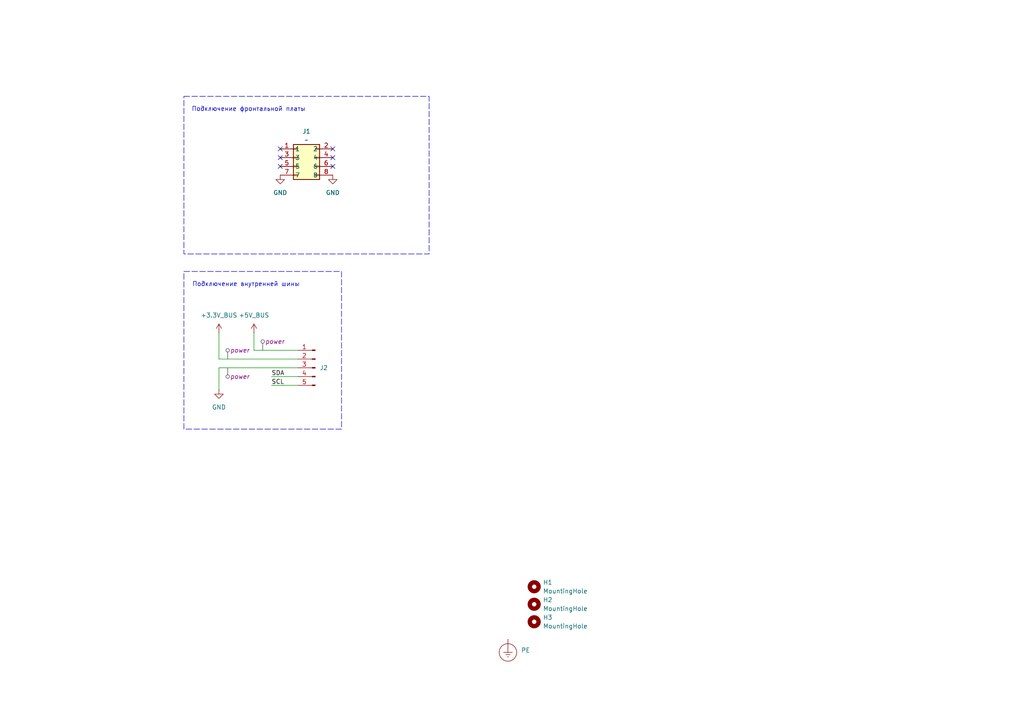
<source format=kicad_sch>
(kicad_sch (version 20231120) (generator "eeschema") (generator_version "8.0")
  (paper "A4")
  (lib_symbols
    (symbol "Mechanical:MountingHole" (pin_names (offset 1.016)) (exclude_from_sim yes) (in_bom no)
      (property "Reference" "H" (at 0 5.08 0))
      (property "Value" "MountingHole" (at 0 3.175 0))
      (symbol "MountingHole_0_1"
        (circle (center 0 0) (radius 1.27) (stroke (width 1.27)))
      )
    )
    (symbol "kicad_inventree_lib:PE" (pin_numbers hide) (pin_names (offset 0) hide) (in_bom no)
      (property "Value" "PE" (at 0 -7.62 0))
      (symbol "PE_0_1"
        (circle (center 0 -3.81) (radius 2.54))
        (polyline (pts (xy -0.635 -4.445) (xy 0.635 -4.445)))
        (polyline (pts (xy -0.127 -5.08) (xy 0.127 -5.08)))
        (polyline (pts (xy 0 -3.81) (xy 0 0)))
        (polyline (pts (xy 1.27 -3.81) (xy -1.27 -3.81)))
      )
      (symbol "PE_1_1"
        (pin power_in line (at 0 0 270) (length 0) (name "~") (number "1"))
      )
    )
    (symbol "kicad_inventree_lib:PM-front-02x04" (in_bom no)
      (property "Reference" "J" (at 0 3.81 0))
      (symbol "PM-front-02x04_1_1"
        (rectangle (start -3.81 -8.763) (end -2.54 -9.017) (stroke (width 0.1524)))
        (rectangle (start -3.81 -6.223) (end -2.54 -6.477) (stroke (width 0.1524)))
        (rectangle (start -3.81 -3.683) (end -2.54 -3.937) (stroke (width 0.1524)))
        (rectangle (start -3.81 -1.143) (end -2.54 -1.397) (stroke (width 0.1524)))
        (rectangle (start -3.81 0) (end 3.81 -10.16) (stroke (width 0.254)) (fill (type background)))
        (rectangle (start 3.81 -8.763) (end 2.54 -9.017) (stroke (width 0.1524)))
        (rectangle (start 3.81 -6.223) (end 2.54 -6.477) (stroke (width 0.1524)))
        (rectangle (start 3.81 -3.683) (end 2.54 -3.937) (stroke (width 0.1524)))
        (rectangle (start 3.81 -1.143) (end 2.54 -1.397) (stroke (width 0.1524)))
        (pin passive line (at -7.62 -1.27 0) (length 3.81) (name "1") (number "1"))
        (pin passive line (at 7.62 -1.27 180) (length 3.81) (name "2") (number "2"))
        (pin passive line (at -7.62 -3.81 0) (length 3.81) (name "3") (number "3"))
        (pin passive line (at 7.62 -3.81 180) (length 3.81) (name "4") (number "4"))
        (pin passive line (at -7.62 -6.35 0) (length 3.81) (name "5") (number "5"))
        (pin passive line (at 7.62 -6.35 180) (length 3.81) (name "6") (number "6"))
        (pin passive line (at -7.62 -8.89 0) (length 3.81) (name "7") (number "7"))
        (pin passive line (at 7.62 -8.89 180) (length 3.81) (name "8") (number "8"))
      )
    )
    (symbol "kicad_inventree_lib:PinHeader_01x05_P2.54_THT_angle" (pin_names (offset 1.016) hide)
      (property "Reference" "J" (at 0 7.62 0))
      (property "Value" "PinHeader_01x05_P2.54_THT_angle" (at 0 -7.62 0))
      (symbol "PinHeader_01x05_P2.54_THT_angle_1_1"
        (polyline (pts (xy 1.27 -5.08) (xy 0.8636 -5.08)) (stroke (width 0.1524)))
        (polyline (pts (xy 1.27 -2.54) (xy 0.8636 -2.54)) (stroke (width 0.1524)))
        (polyline (pts (xy 1.27 0) (xy 0.8636 0)) (stroke (width 0.1524)))
        (polyline (pts (xy 1.27 2.54) (xy 0.8636 2.54)) (stroke (width 0.1524)))
        (polyline (pts (xy 1.27 5.08) (xy 0.8636 5.08)) (stroke (width 0.1524)))
        (rectangle (start 0.8636 -4.953) (end 0 -5.207) (stroke (width 0.1524)) (fill (type outline)))
        (rectangle (start 0.8636 -2.413) (end 0 -2.667) (stroke (width 0.1524)) (fill (type outline)))
        (rectangle (start 0.8636 0.127) (end 0 -0.127) (stroke (width 0.1524)) (fill (type outline)))
        (rectangle (start 0.8636 2.667) (end 0 2.413) (stroke (width 0.1524)) (fill (type outline)))
        (rectangle (start 0.8636 5.207) (end 0 4.953) (stroke (width 0.1524)) (fill (type outline)))
        (pin passive line (at 5.08 5.08 180) (length 3.81) (name "Pin_1") (number "1"))
        (pin passive line (at 5.08 2.54 180) (length 3.81) (name "Pin_2") (number "2"))
        (pin passive line (at 5.08 0 180) (length 3.81) (name "Pin_3") (number "3"))
        (pin passive line (at 5.08 -2.54 180) (length 3.81) (name "Pin_4") (number "4"))
        (pin passive line (at 5.08 -5.08 180) (length 3.81) (name "Pin_5") (number "5"))
      )
    )
    (symbol "power:+5V" (power) (pin_numbers hide) (pin_names (offset 0) hide)
      (property "Value" "+5V" (at 0 3.556 0))
      (symbol "+5V_0_1"
        (polyline (pts (xy -0.762 1.27) (xy 0 2.54)))
        (polyline (pts (xy 0 0) (xy 0 2.54)))
        (polyline (pts (xy 0 2.54) (xy 0.762 1.27)))
      )
      (symbol "+5V_1_1"
        (pin power_in line (at 0 0 90) (length 0) (name "~") (number "1"))
      )
    )
    (symbol "power:GND" (power) (pin_numbers hide) (pin_names (offset 0) hide)
      (property "Value" "GND" (at 0 -3.81 0))
      (symbol "GND_0_1"
        (polyline (pts (xy 0 0) (xy 0 -1.27) (xy 1.27 -1.27) (xy 0 -2.54) (xy -1.27 -1.27) (xy 0 -1.27)))
      )
      (symbol "GND_1_1"
        (pin power_in line (at 0 0 270) (length 0) (name "~") (number "1"))
      )
    )
  )
  (no_connect (at 81.28 48.26))
  (no_connect (at 81.28 43.18))
  (no_connect (at 96.52 45.72))
  (no_connect (at 96.52 48.26))
  (no_connect (at 81.28 45.72))
  (no_connect (at 96.52 43.18))
  (wire (pts (xy 78.74 109.22) (xy 86.36 109.22)))
  (wire (pts (xy 73.66 101.6) (xy 86.36 101.6)))
  (wire (pts (xy 86.36 104.14) (xy 63.5 104.14)))
  (wire (pts (xy 63.5 106.68) (xy 63.5 113.03)))
  (wire (pts (xy 78.74 111.76) (xy 86.36 111.76)))
  (wire (pts (xy 63.5 104.14) (xy 63.5 96.52)))
  (wire (pts (xy 63.5 106.68) (xy 86.36 106.68)))
  (wire (pts (xy 73.66 101.6) (xy 73.66 96.52)))
  (rectangle (start 53.34 27.94) (end 124.46 73.66) (stroke (width 0) (type dash)))
  (rectangle (start 53.34 78.74) (end 99.06 124.46) (stroke (width 0) (type dash)))
  (text "Подключение внутренней шины" (at 71.374 82.55 0) (effects (font (size 1.27 1.27))))
  (text "Подключение фронтальной платы" (at 72.136 31.75 0) (effects (font (size 1.27 1.27))))
  (label "SCL" (at 78.74 111.76 0))
  (label "SDA" (at 78.74 109.22 0))
  (netclass_flag "" (length 2.54) (shape round) (at 66.04 106.68 180) (property "Netclass" "power" (at 66.7385 109.22 0) (effects (font (italic yes)) (justify left))))
  (netclass_flag "" (length 2.54) (shape round) (at 66.04 104.14 0) (property "Netclass" "power" (at 66.7385 101.6 0) (effects (font (italic yes)) (justify left))))
  (netclass_flag "" (length 2.54) (shape round) (at 76.2 101.6 0) (property "Netclass" "power" (at 76.8985 99.06 0) (effects (font (italic yes)) (justify left))))
  (symbol (lib_id "kicad_inventree_lib:PinHeader_01x05_P2.54_THT_angle") (at 91.44 106.68 0) (mirror y) (unit 1)
    (property "Reference" "J2" (at 92.71 106.6799 0) (effects (justify right)))
    (property "Value" "PinHeader_01x05_P2.54_THT_angle" (effects (hide yes)))
    (property "Footprint" "Connector_PinHeader_2.54mm:PinHeader_1x05_P2.54mm_Horizontal" (effects (hide yes)))
    (property "Datasheet" "http://inventree.network/part/110/" (effects (hide yes)))
    (property "Description" "Generic connector, single row, 01x05, script generated" (effects (hide yes)))
    (property "part_ipn" "PinHeader_01x05_P2.54_THT_angle" (effects (hide yes)))
  )
  (symbol (lib_id "power:GND") (at 96.52 50.8 0) (unit 1)
    (property "Reference" "#PWR05" (effects (hide yes)))
    (property "Value" "GND" (at 96.52 55.88 0))
    (property "Description" "Power symbol creates a global label with name \"GND\" , ground" (effects (hide yes)))
  )
  (symbol (lib_id "Mechanical:MountingHole") (at 154.94 170.18 0) (unit 1) (exclude_from_sim yes) (in_bom no)
    (property "Reference" "H1" (at 157.48 168.9099 0) (effects (justify left)))
    (property "Value" "MountingHole" (at 157.48 171.4499 0) (effects (justify left)))
    (property "Footprint" "MountingHole:MountingHole_3.2mm_M3" (effects (hide yes)))
    (property "Description" "Mounting Hole without connection" (effects (hide yes)))
  )
  (symbol (lib_id "Mechanical:MountingHole") (at 154.94 180.34 0) (unit 1) (exclude_from_sim yes) (in_bom no)
    (property "Reference" "H3" (at 157.48 179.0699 0) (effects (justify left)))
    (property "Value" "MountingHole" (at 157.48 181.6099 0) (effects (justify left)))
    (property "Footprint" "MountingHole:MountingHole_3.2mm_M3" (effects (hide yes)))
    (property "Description" "Mounting Hole without connection" (effects (hide yes)))
  )
  (symbol (lib_id "kicad_inventree_lib:PM-front-02x04") (at 88.9 41.91 0) (unit 1) (in_bom no)
    (property "Reference" "J1" (at 88.9 38.1 0))
    (property "Value" "~" (at 88.9 40.64 0))
    (property "Footprint" "kicad_inventree_lib:PM-front-02x04" (effects (hide yes)))
  )
  (symbol (lib_id "power:+5V") (at 73.66 96.52 0) (unit 1)
    (property "Reference" "#PWR01" (effects (hide yes)))
    (property "Value" "+5V_BUS" (at 73.66 91.44 0))
    (property "Description" "Power symbol creates a global label with name \"+5V\"" (effects (hide yes)))
  )
  (symbol (lib_id "power:GND") (at 81.28 50.8 0) (unit 1)
    (property "Reference" "#PWR04" (effects (hide yes)))
    (property "Value" "GND" (at 81.28 55.88 0))
    (property "Description" "Power symbol creates a global label with name \"GND\" , ground" (effects (hide yes)))
  )
  (symbol (lib_id "power:+5V") (at 63.5 96.52 0) (unit 1)
    (property "Reference" "#PWR03" (effects (hide yes)))
    (property "Value" "+3.3V_BUS" (at 63.5 91.44 0))
    (property "Description" "Power symbol creates a global label with name \"+5V\"" (effects (hide yes)))
  )
  (symbol (lib_id "Mechanical:MountingHole") (at 154.94 175.26 0) (unit 1) (exclude_from_sim yes) (in_bom no)
    (property "Reference" "H2" (at 157.48 173.9899 0) (effects (justify left)))
    (property "Value" "MountingHole" (at 157.48 176.5299 0) (effects (justify left)))
    (property "Footprint" "MountingHole:MountingHole_3.2mm_M3" (effects (hide yes)))
    (property "Description" "Mounting Hole without connection" (effects (hide yes)))
  )
  (symbol (lib_id "power:GND") (at 63.5 113.03 0) (unit 1)
    (property "Reference" "#PWR02" (effects (hide yes)))
    (property "Value" "GND" (at 63.5 118.11 0))
    (property "Description" "Power symbol creates a global label with name \"GND\" , ground" (effects (hide yes)))
  )
  (symbol (lib_id "kicad_inventree_lib:PE") (at 147.32 185.42 0) (unit 1) (in_bom no)
    (property "Reference" "PE1" (effects (hide yes)))
    (property "Value" "PE" (at 151.13 188.5949 0) (effects (justify left)))
    (property "Footprint" "kicad_inventree_lib:PE" (effects (hide yes)))
    (property "Description" "Power symbol creates a global label with name \"Earth_Protective\"" (effects (hide yes)))
  )
)
</source>
